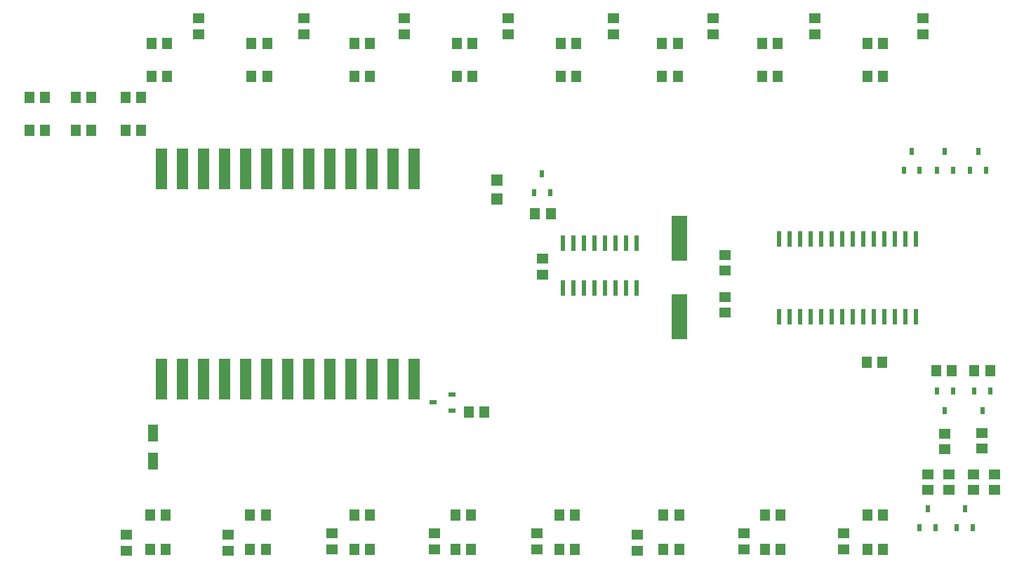
<source format=gbr>
G04 DipTrace 3.3.1.3*
G04 TopPaste.gbr*
%MOIN*%
G04 #@! TF.FileFunction,Paste,Top*
G04 #@! TF.Part,Single*
%ADD62R,0.07474X0.212535*%
%ADD64R,0.037339X0.021591*%
%ADD66R,0.056X0.196*%
%ADD68R,0.019622X0.07474*%
%ADD72R,0.055055X0.047181*%
%ADD84R,0.021591X0.037339*%
%ADD86R,0.051997X0.056*%
%ADD88R,0.051118X0.084583*%
%ADD90R,0.047181X0.055055*%
%FSLAX26Y26*%
G04*
G70*
G90*
G75*
G01*
G04 TopPaste*
%LPD*%
D90*
X4527858Y1732583D3*
X4453055D3*
D88*
X1063291Y1397937D3*
Y1264079D3*
D86*
X2697150Y2598724D3*
Y2508724D3*
D90*
X1131303Y3250251D3*
X1056500D3*
X1606303D3*
X1531500D3*
X2093803Y3250249D3*
X2019000D3*
X2581303Y3250251D3*
X2506500D3*
X3075054D3*
X3000251D3*
X3556303D3*
X3481500D3*
X4031303Y3250249D3*
X3956500D3*
X4531303Y3250251D3*
X4456500D3*
X1050251Y844000D3*
X1125054D3*
X1525260D3*
X1600063D3*
X2019000D3*
X2093803D3*
X2500251D3*
X2575054D3*
X2994000D3*
X3068803D3*
X3487760D3*
X3562563D3*
X3969000D3*
X4043803D3*
X4456520D3*
X4531323D3*
D84*
X4787701Y2645969D3*
X4862504D3*
X4825102Y2736520D3*
X4945181Y2645969D3*
X5019984D3*
X4982583Y2736520D3*
X4630220Y2645969D3*
X4705024D3*
X4667622Y2736520D3*
D90*
X1008173Y2992425D3*
X933370D3*
X771953D3*
X697150D3*
X551480D3*
X476677D3*
D84*
X5039669Y1594787D3*
X4964866D3*
X5002268Y1504236D3*
X4862504Y1594787D3*
X4787701D3*
X4825102Y1504236D3*
X4882189Y945181D3*
X4956992D3*
X4919591Y1035732D3*
X4705024Y945181D3*
X4779827D3*
X4742425Y1035732D3*
D72*
X1281500Y3369000D3*
Y3294197D3*
X1781520Y3369000D3*
Y3294197D3*
X2256520Y3369000D3*
Y3294197D3*
X2750260Y3369000D3*
Y3294197D3*
X3250249Y3369000D3*
Y3294197D3*
X3725251Y3369000D3*
Y3294197D3*
X4206500Y3369000D3*
Y3294197D3*
X4719000Y3369000D3*
Y3294197D3*
X937751Y837751D3*
Y912554D3*
X1419000Y837751D3*
Y912554D3*
X1912751Y844000D3*
Y918803D3*
X2400249Y844000D3*
Y918803D3*
X2887751Y844000D3*
Y918803D3*
X3362751Y837751D3*
Y912554D3*
X3869000Y844000D3*
Y918803D3*
X4344000Y844000D3*
Y918803D3*
D90*
X551480Y2834945D3*
X476677D3*
X5039669Y1693213D3*
X4964866D3*
D72*
X5000299Y1323134D3*
Y1397937D3*
D90*
X4858567Y1693213D3*
X4783764D3*
D72*
X4823134Y1319197D3*
Y1394000D3*
X5059354Y1201087D3*
Y1126283D3*
X4960929Y1201087D3*
Y1126283D3*
X4842819Y1201087D3*
Y1126283D3*
X4744394Y1201087D3*
Y1126283D3*
D90*
X771953Y2834945D3*
X697150D3*
X1008173D3*
X933370D3*
X1056500Y3094000D3*
X1131303D3*
X1606303D3*
X1531500D3*
X2094000D3*
X2019197D3*
X2581303D3*
X2506500D3*
X3075054D3*
X3000251D3*
X3556303D3*
X3481500D3*
X4031303D3*
X3956500D3*
X4531303D3*
X4456500D3*
X1050251Y1006500D3*
X1125054D3*
X1525251D3*
X1600054D3*
X2019000D3*
X2093803D3*
X2500231D3*
X2575034D3*
X2994000D3*
X3068803D3*
X3487751D3*
X3562554D3*
X3969000D3*
X4043803D3*
X4456500D3*
X4531303D3*
D68*
X4035732Y1949118D3*
X4085732D3*
X4135732D3*
X4185732D3*
X4235732D3*
X4285732D3*
X4335732D3*
X4385732D3*
X4435732D3*
X4485732D3*
X4535732D3*
X4585732D3*
X4635732D3*
X4685732D3*
Y2319197D3*
X4635732D3*
X4585732D3*
X4535732D3*
X4485732D3*
X4435732D3*
X4385732D3*
X4335732D3*
X4285732D3*
X4235732D3*
X4185732D3*
X4135732D3*
X4085732D3*
X4035732D3*
D66*
X2303449Y1653843D3*
X2203449D3*
X2103449D3*
X2003449D3*
X1903449D3*
X1803449D3*
X1703449D3*
X1603449D3*
X1503449D3*
X1403449D3*
X1303449D3*
X1203449D3*
X1103449D3*
X2303449Y2653843D3*
X2203449D3*
X2103449D3*
X2003449D3*
X1903449D3*
X1803449D3*
X1703449D3*
X1603449D3*
X1503449D3*
X1403449D3*
X1303449D3*
X1203449D3*
X1103449D3*
D68*
X3012110Y2086913D3*
X3062110D3*
X3112110D3*
X3162110D3*
X3212110D3*
X3262110D3*
X3312110D3*
X3362110D3*
Y2299512D3*
X3312110D3*
X3262110D3*
X3212110D3*
X3162110D3*
X3112110D3*
X3062110D3*
X3012110D3*
D84*
X2874315Y2539669D3*
X2949118D3*
X2911717Y2630220D3*
D64*
X2484551Y1504236D3*
Y1579039D3*
X2394000Y1541638D3*
D62*
X3563291Y1949118D3*
Y2323134D3*
D72*
X3779827Y1968803D3*
Y2043606D3*
Y2244394D3*
Y2169591D3*
X2913685Y2224709D3*
Y2149906D3*
D90*
X2953055Y2441244D3*
X2878252D3*
X2638094Y1496362D3*
X2563291D3*
M02*

</source>
